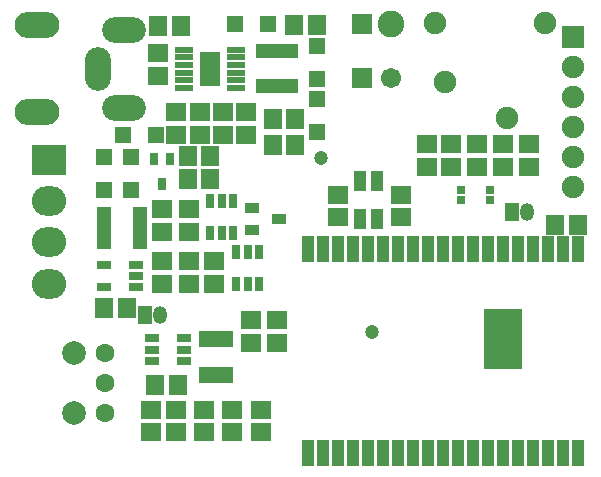
<source format=gbr>
G04 DipTrace 3.3.1.3*
G04 TopMask.gbr*
%MOIN*%
G04 #@! TF.FileFunction,Soldermask,Top*
G04 #@! TF.Part,Single*
%AMOUTLINE1*
4,1,4,
0.027638,-0.027638,
-0.027638,-0.027638,
-0.027638,0.027638,
0.027638,0.027638,
0.027638,-0.027638,
0*%
%ADD53C,0.08905*%
%ADD93C,0.047402*%
%ADD95R,0.126142X0.204882*%
%ADD97R,0.043465X0.086772*%
%ADD99C,0.078898*%
%ADD101C,0.06315*%
%ADD103R,0.031654X0.051339*%
%ADD105R,0.071024X0.118268*%
%ADD107R,0.06315X0.019843*%
%ADD113R,0.051339X0.031654*%
%ADD117R,0.027717X0.027717*%
%ADD119R,0.027717X0.041496*%
%ADD121R,0.04937X0.033622*%
%ADD123R,0.051339X0.14189*%
%ADD125R,0.114331X0.053307*%
%ADD127R,0.14189X0.051339*%
%ADD131O,0.047402X0.059213*%
%ADD133R,0.047402X0.059213*%
%ADD139O,0.114331X0.098583*%
%ADD141R,0.114331X0.098583*%
%ADD143C,0.067402*%
%ADD145R,0.067402X0.067402*%
%ADD147R,0.074961X0.074961*%
%ADD149C,0.074961*%
%ADD151O,0.149764X0.086772*%
%ADD153O,0.086772X0.145827*%
%ADD155O,0.145827X0.086772*%
%ADD157R,0.039528X0.071024*%
%ADD161R,0.055276X0.055276*%
%ADD163R,0.059213X0.067087*%
%ADD165R,0.067087X0.059213*%
%ADD171OUTLINE1*%
%FSLAX26Y26*%
G04*
G70*
G90*
G75*
G01*
G04 TopMask*
%LPD*%
D93*
X1463724Y1457008D3*
X1633016Y878268D3*
D165*
X1314118Y917638D3*
Y842835D3*
D163*
X920417Y1897953D3*
X995220D3*
D165*
X1058213Y1610551D3*
Y1535748D3*
D163*
X1373173Y1901890D3*
X1447976D3*
X1377110Y1500315D3*
X1302307D3*
X2243252Y1236535D3*
X2318055D3*
D165*
X2070024Y1429449D3*
Y1504252D3*
D163*
X739315Y957008D3*
X814118D3*
D165*
X932228Y1287717D3*
Y1212913D3*
X1105457Y1114488D3*
Y1039685D3*
X1164512Y618425D3*
Y543622D3*
X1227504Y917638D3*
Y842835D3*
D163*
X909449Y700988D3*
X984252D3*
D165*
X1262937Y618425D3*
Y543622D3*
X1073961Y618425D3*
Y543622D3*
X920417Y1732598D3*
Y1807402D3*
D161*
X739315Y1350709D3*
Y1460945D3*
X1286559Y1905827D3*
X1176323D3*
X1447976Y1831024D3*
Y1720787D3*
Y1543622D3*
Y1653858D3*
X829866Y1460945D3*
Y1350709D3*
D157*
X1593646Y1256220D3*
Y1382205D3*
X1648764Y1256220D3*
Y1382205D3*
D171*
X802308Y1533783D3*
X912545D3*
D155*
X806244Y1626299D3*
D153*
X719630Y1756220D3*
D155*
X806244Y1886142D3*
D151*
X514906Y1901890D3*
Y1610551D3*
D149*
X2207819Y1909764D3*
X2081835Y1590866D3*
X1877110Y1712913D3*
X1841677Y1909764D3*
D147*
X2302307Y1862520D3*
D149*
Y1762520D3*
Y1662520D3*
Y1562520D3*
Y1462520D3*
Y1362520D3*
D145*
X1597585Y1724724D3*
D143*
X1696005D3*
D141*
X554276Y1453071D3*
D139*
Y1315276D3*
Y1177480D3*
Y1039685D3*
D133*
X875732Y935945D3*
D131*
X925732D3*
D133*
X2098764Y1279843D3*
D131*
X2148764D3*
D145*
X1597585Y1903856D3*
D53*
X1696005D3*
D127*
X1314118Y1815276D3*
Y1697165D3*
D125*
X1113331Y854646D3*
Y736535D3*
D123*
X739336Y1224724D3*
X857446D3*
D121*
X1231441Y1291654D3*
Y1216850D3*
X1321992Y1254252D3*
D119*
X957822Y1455039D3*
X906635D3*
X932228Y1372362D3*
D165*
X980524Y618425D3*
Y543622D3*
X895328D3*
Y618425D3*
X979472Y1610551D3*
Y1535748D3*
X1518843Y1334961D3*
Y1260157D3*
X1727504Y1334961D3*
Y1260157D3*
D163*
X1377110Y1586929D3*
X1302307D3*
D165*
X1213724Y1535748D3*
Y1610551D3*
X1136953Y1535748D3*
Y1610551D3*
X1022780Y1287717D3*
Y1212913D3*
D163*
X1018843Y1388110D3*
X1093646D3*
D165*
X1022780Y1114488D3*
Y1039685D3*
X2156638Y1504252D3*
Y1429449D3*
X1983409D3*
Y1504252D3*
X1814118D3*
Y1429449D3*
X1896795D3*
Y1504252D3*
X932228Y1114488D3*
Y1039685D3*
D163*
X1093646Y1464882D3*
X1018843D3*
D117*
X2026717Y1350709D3*
Y1319213D3*
X1928291D3*
Y1350709D3*
D113*
X1006213Y782004D3*
Y819406D3*
Y856807D3*
X899913D3*
Y819406D3*
Y782004D3*
D107*
X1007031Y1819213D3*
Y1793622D3*
Y1768031D3*
Y1742441D3*
Y1716850D3*
Y1691260D3*
X1180260D3*
Y1716850D3*
Y1742441D3*
Y1768031D3*
Y1793622D3*
Y1819213D3*
D105*
X1093646Y1755236D3*
D103*
X1180260Y1039685D3*
X1217661D3*
X1255063D3*
Y1145984D3*
X1217661D3*
X1180260D3*
D101*
X741283Y606614D3*
Y706614D3*
Y806614D3*
D99*
X638134Y606614D3*
Y806614D3*
D97*
X2318055Y1153858D3*
X2268055Y1154252D3*
X2218055D3*
X2168055D3*
X2118055D3*
X2068055D3*
X2018055D3*
X1968055D3*
X1918055D3*
X1868055D3*
X1818055D3*
X1768055D3*
X1718055D3*
X1668055D3*
X1668436Y476218D3*
X1718436D3*
X1768436D3*
X1818434D3*
X1868436D3*
X1418436D3*
X1468436D3*
X1518436D3*
X1568436D3*
X1618436D3*
X1918094Y476220D3*
X1968094D3*
X2018094D3*
X2068094D3*
X2118094D3*
X2168094D3*
X2218094D3*
X2268094D3*
X2318094D3*
D95*
X2069945Y853858D3*
D97*
X1618395Y1154248D3*
X1568395D3*
X1518395D3*
X1468395D3*
X1418395D3*
D103*
X1168449Y1315276D3*
X1131047D3*
X1093646D3*
Y1208976D3*
X1131047D3*
X1168449D3*
D113*
X845614Y1027874D3*
Y1065276D3*
Y1102677D3*
X739315D3*
Y1027874D3*
M02*

</source>
